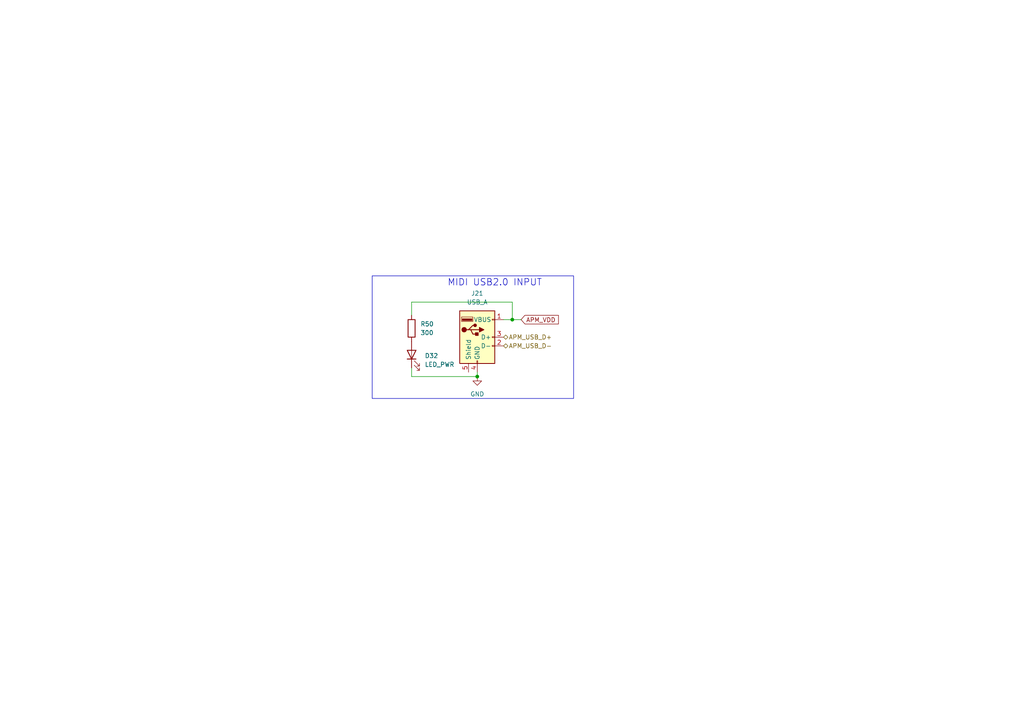
<source format=kicad_sch>
(kicad_sch (version 20250114) (generator "eeschema") (generator_version "9.0")
  (paper "A4")
  (title_block (date "2025-06") (rev "2"))
  (lib_symbols
    (symbol "Connector:USB_A" (pin_names (offset 1.016))
      (property "Reference" "J" (at -5.08 11.43 0))
      (property "Value" "USB_A" (at -5.08 8.89 0))
      (symbol "USB_A_0_1"
        (rectangle (start -5.08 -7.62) (end 5.08 7.62) (stroke (width 0.254)) (fill (type background)))
        (circle (center -3.81 2.159) (radius 0.635) (stroke (width 0.254)) (fill (type outline)))
        (polyline (pts (xy -3.175 2.159) (xy -2.54 2.159) (xy -1.27 3.429) (xy -0.635 3.429)) (stroke (width 0.254)))
        (polyline (pts (xy -2.54 2.159) (xy -1.905 2.159) (xy -1.27 0.889) (xy 0 0.889)) (stroke (width 0.254)))
        (rectangle (start -1.524 4.826) (end -4.318 5.334) (fill (type outline)))
        (rectangle (start -1.27 4.572) (end -4.572 5.842))
        (circle (center -0.635 3.429) (radius 0.381) (stroke (width 0.254)) (fill (type outline)))
        (rectangle (start -0.127 -7.62) (end 0.127 -6.858))
        (rectangle (start 0.254 1.27) (end -0.508 0.508) (stroke (width 0.254)) (fill (type outline)))
        (polyline (pts (xy 0.635 2.794) (xy 0.635 1.524) (xy 1.905 2.159) (xy 0.635 2.794)) (stroke (width 0.254)) (fill (type outline)))
        (rectangle (start 5.08 4.953) (end 4.318 5.207))
        (rectangle (start 5.08 -0.127) (end 4.318 0.127))
        (rectangle (start 5.08 -2.667) (end 4.318 -2.413))
      )
      (symbol "USB_A_1_1"
        (polyline (pts (xy -1.905 2.159) (xy 0.635 2.159)) (stroke (width 0.254)))
        (pin passive line (at -2.54 -10.16 90) (length 2.54) (name "Shield") (number "5"))
        (pin power_in line (at 0 -10.16 90) (length 2.54) (name "GND") (number "4"))
        (pin power_in line (at 7.62 5.08 180) (length 2.54) (name "VBUS") (number "1"))
        (pin bidirectional line (at 7.62 0 180) (length 2.54) (name "D+") (number "3"))
        (pin bidirectional line (at 7.62 -2.54 180) (length 2.54) (name "D-") (number "2"))
      )
    )
    (symbol "Device:LED" (pin_numbers (hide yes)) (pin_names (offset 1.016) (hide yes))
      (property "Reference" "D" (at 0 2.54 0))
      (property "Value" "LED" (at 0 -2.54 0))
      (symbol "LED_0_1"
        (polyline (pts (xy -3.048 -0.762) (xy -4.572 -2.286) (xy -3.81 -2.286) (xy -4.572 -2.286) (xy -4.572 -1.524)))
        (polyline (pts (xy -1.778 -0.762) (xy -3.302 -2.286) (xy -2.54 -2.286) (xy -3.302 -2.286) (xy -3.302 -1.524)))
        (polyline (pts (xy -1.27 0) (xy 1.27 0)))
        (polyline (pts (xy -1.27 -1.27) (xy -1.27 1.27)) (stroke (width 0.254)))
        (polyline (pts (xy 1.27 -1.27) (xy 1.27 1.27) (xy -1.27 0) (xy 1.27 -1.27)) (stroke (width 0.254)))
      )
      (symbol "LED_1_1"
        (pin passive line (at -3.81 0 0) (length 2.54) (name "K") (number "1"))
        (pin passive line (at 3.81 0 180) (length 2.54) (name "A") (number "2"))
      )
    )
    (symbol "Device:R" (pin_numbers (hide yes)) (pin_names (offset 0))
      (property "Reference" "R" (at 2.032 0 90))
      (property "Value" "R" (at 0 0 90))
      (symbol "R_0_1"
        (rectangle (start -1.016 -2.54) (end 1.016 2.54) (stroke (width 0.254)))
      )
      (symbol "R_1_1"
        (pin passive line (at 0 3.81 270) (length 1.27) (name "~") (number "1"))
        (pin passive line (at 0 -3.81 90) (length 1.27) (name "~") (number "2"))
      )
    )
    (symbol "power:GND" (power) (pin_numbers (hide yes)) (pin_names (offset 0) (hide yes))
      (property "Value" "GND" (at 0 -3.81 0))
      (symbol "GND_0_1"
        (polyline (pts (xy 0 0) (xy 0 -1.27) (xy 1.27 -1.27) (xy 0 -2.54) (xy -1.27 -1.27) (xy 0 -1.27)))
      )
      (symbol "GND_1_1"
        (pin power_in line (at 0 0 270) (length 0) (name "~") (number "1"))
      )
    )
  )
  (rectangle (start 107.95 80.01) (end 166.37 115.57))
  (text "MIDI USB2.0 INPUT" (at 143.51 82.042 0) (effects (font (size 1.905 1.905))))
  (junction (at 138.43 109.22))
  (junction (at 148.59 92.71))
  (wire (pts (xy 148.59 87.63) (xy 119.38 87.63)))
  (wire (pts (xy 138.43 109.22) (xy 138.43 107.95)))
  (wire (pts (xy 119.38 109.22) (xy 119.38 106.68)))
  (wire (pts (xy 148.59 87.63) (xy 148.59 92.71)))
  (wire (pts (xy 119.38 87.63) (xy 119.38 91.44)))
  (wire (pts (xy 148.59 92.71) (xy 146.05 92.71)))
  (wire (pts (xy 148.59 92.71) (xy 151.13 92.71)))
  (wire (pts (xy 138.43 109.22) (xy 119.38 109.22)))
  (global_label "APM_VDD" (shape input) (at 151.13 92.71 0) (property "Intersheetrefs" "${INTERSHEET_REFS}" (effects (hide yes))))
  (hierarchical_label "APM_USB_D+" (shape bidirectional) (at 146.05 97.79 0))
  (hierarchical_label "APM_USB_D-" (shape bidirectional) (at 146.05 100.33 0))
  (symbol (lib_id "Device:LED") (at 119.38 102.87 90) (unit 1)
    (property "Reference" "D32" (at 123.19 103.1874 90) (effects (justify right)))
    (property "Value" "LED_PWR" (at 123.19 105.7274 90) (effects (justify right)))
    (property "Footprint" "LED_SMD:LED_0603_1608Metric" (effects (hide yes)))
    (property "Description" "Light emitting diode" (effects (hide yes)))
    (property "Sim.Pins" "1=K 2=A" (effects (hide yes)))
  )
  (symbol (lib_id "Connector:USB_A") (at 138.43 97.79 0) (unit 1)
    (property "Reference" "J21" (at 138.43 85.09 0))
    (property "Value" "USB_A" (at 138.43 87.63 0))
    (property "Footprint" "Connector_USB:USB_A_CNCTech_1001-011-01101_Horizontal" (effects (hide yes)))
    (property "Description" "USB Type A connector" (effects (hide yes)))
  )
  (symbol (lib_id "Device:R") (at 119.38 95.25 180) (unit 1)
    (property "Reference" "R50" (at 121.92 93.9799 0) (effects (justify right)))
    (property "Value" "300" (at 121.92 96.5199 0) (effects (justify right)))
    (property "Footprint" "Resistor_SMD:R_0805_2012Metric_Pad1.20x1.40mm_HandSolder" (effects (hide yes)))
    (property "Description" "Resistor" (effects (hide yes)))
    (property "DigiKey_Part_Number" "311-10.0KCRCT-ND" (effects (hide yes)))
    (property "Price" "0.0129" (effects (hide yes)))
  )
  (symbol (lib_id "power:GND") (at 138.43 109.22 0) (unit 1)
    (property "Reference" "#PWR0132" (effects (hide yes)))
    (property "Value" "GND" (at 138.43 114.3 0))
    (property "Description" "Power symbol creates a global label with name \"GND\" , ground" (effects (hide yes)))
  )
)
</source>
